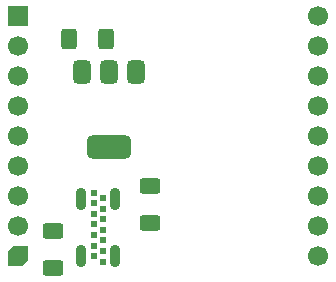
<source format=gbr>
%TF.GenerationSoftware,KiCad,Pcbnew,8.0.4*%
%TF.CreationDate,2024-07-30T10:55:48-04:00*%
%TF.ProjectId,esp32-c3-wroom-socket,65737033-322d-4633-932d-77726f6f6d2d,rev?*%
%TF.SameCoordinates,Original*%
%TF.FileFunction,Soldermask,Bot*%
%TF.FilePolarity,Negative*%
%FSLAX46Y46*%
G04 Gerber Fmt 4.6, Leading zero omitted, Abs format (unit mm)*
G04 Created by KiCad (PCBNEW 8.0.4) date 2024-07-30 10:55:48*
%MOMM*%
%LPD*%
G01*
G04 APERTURE LIST*
G04 Aperture macros list*
%AMRoundRect*
0 Rectangle with rounded corners*
0 $1 Rounding radius*
0 $2 $3 $4 $5 $6 $7 $8 $9 X,Y pos of 4 corners*
0 Add a 4 corners polygon primitive as box body*
4,1,4,$2,$3,$4,$5,$6,$7,$8,$9,$2,$3,0*
0 Add four circle primitives for the rounded corners*
1,1,$1+$1,$2,$3*
1,1,$1+$1,$4,$5*
1,1,$1+$1,$6,$7*
1,1,$1+$1,$8,$9*
0 Add four rect primitives between the rounded corners*
20,1,$1+$1,$2,$3,$4,$5,0*
20,1,$1+$1,$4,$5,$6,$7,0*
20,1,$1+$1,$6,$7,$8,$9,0*
20,1,$1+$1,$8,$9,$2,$3,0*%
%AMOutline5P*
0 Free polygon, 5 corners , with rotation*
0 The origin of the aperture is its center*
0 number of corners: always 5*
0 $1 to $10 corner X, Y*
0 $11 Rotation angle, in degrees counterclockwise*
0 create outline with 5 corners*
4,1,5,$1,$2,$3,$4,$5,$6,$7,$8,$9,$10,$1,$2,$11*%
%AMOutline6P*
0 Free polygon, 6 corners , with rotation*
0 The origin of the aperture is its center*
0 number of corners: always 6*
0 $1 to $12 corner X, Y*
0 $13 Rotation angle, in degrees counterclockwise*
0 create outline with 6 corners*
4,1,6,$1,$2,$3,$4,$5,$6,$7,$8,$9,$10,$11,$12,$1,$2,$13*%
%AMOutline7P*
0 Free polygon, 7 corners , with rotation*
0 The origin of the aperture is its center*
0 number of corners: always 7*
0 $1 to $14 corner X, Y*
0 $15 Rotation angle, in degrees counterclockwise*
0 create outline with 7 corners*
4,1,7,$1,$2,$3,$4,$5,$6,$7,$8,$9,$10,$11,$12,$13,$14,$1,$2,$15*%
%AMOutline8P*
0 Free polygon, 8 corners , with rotation*
0 The origin of the aperture is its center*
0 number of corners: always 8*
0 $1 to $16 corner X, Y*
0 $17 Rotation angle, in degrees counterclockwise*
0 create outline with 8 corners*
4,1,8,$1,$2,$3,$4,$5,$6,$7,$8,$9,$10,$11,$12,$13,$14,$15,$16,$1,$2,$17*%
G04 Aperture macros list end*
%ADD10C,0.609600*%
%ADD11O,0.914400X1.905000*%
%ADD12R,1.700000X1.700000*%
%ADD13C,1.700000*%
%ADD14Outline6P,-0.850000X0.340000X-0.340000X0.850000X0.850000X0.850000X0.850000X-0.340000X0.340000X-0.850000X-0.850000X-0.850000X0.000000*%
%ADD15RoundRect,0.375000X-0.375000X0.625000X-0.375000X-0.625000X0.375000X-0.625000X0.375000X0.625000X0*%
%ADD16RoundRect,0.500000X-1.400000X0.500000X-1.400000X-0.500000X1.400000X-0.500000X1.400000X0.500000X0*%
%ADD17RoundRect,0.250000X0.400000X0.625000X-0.400000X0.625000X-0.400000X-0.625000X0.400000X-0.625000X0*%
%ADD18RoundRect,0.250000X-0.625000X0.400000X-0.625000X-0.400000X0.625000X-0.400000X0.625000X0.400000X0*%
G04 APERTURE END LIST*
D10*
%TO.C,J3*%
X150419999Y-79799999D03*
X150419999Y-78899998D03*
X150419999Y-78000000D03*
X150419999Y-77099999D03*
X150419999Y-76199999D03*
X150419999Y-75300000D03*
X150419999Y-74400000D03*
X151200000Y-74850000D03*
X151200000Y-75750000D03*
X151200000Y-76650000D03*
X151200000Y-77550000D03*
X151200000Y-78450000D03*
X151200000Y-79350000D03*
X151200000Y-80250000D03*
D11*
X149379999Y-79749999D03*
X152239999Y-79749999D03*
X149379999Y-74950000D03*
X152239999Y-74950000D03*
%TD*%
D12*
%TO.C,J2*%
X144010000Y-59480000D03*
D13*
X144010000Y-62020000D03*
X144010000Y-64560000D03*
X144010000Y-67100000D03*
X144010000Y-69640000D03*
X144010000Y-72180000D03*
X144010000Y-74720000D03*
X144010000Y-77260000D03*
D14*
X144010000Y-79800000D03*
D13*
X169410000Y-79800000D03*
X169410000Y-77260000D03*
X169410000Y-74720000D03*
X169410000Y-72180000D03*
X169410000Y-69640000D03*
X169410000Y-67100000D03*
X169410000Y-64560000D03*
X169410000Y-62020000D03*
X169410000Y-59480000D03*
%TD*%
D15*
%TO.C,U2*%
X149400000Y-64200000D03*
X151700000Y-64200000D03*
D16*
X151700000Y-70500000D03*
D15*
X154000000Y-64200000D03*
%TD*%
D17*
%TO.C,R1*%
X151450000Y-61400000D03*
X148350000Y-61400000D03*
%TD*%
D18*
%TO.C,R5*%
X147000000Y-77650000D03*
X147000000Y-80750000D03*
%TD*%
%TO.C,R6*%
X155200000Y-73850000D03*
X155200000Y-76950000D03*
%TD*%
M02*

</source>
